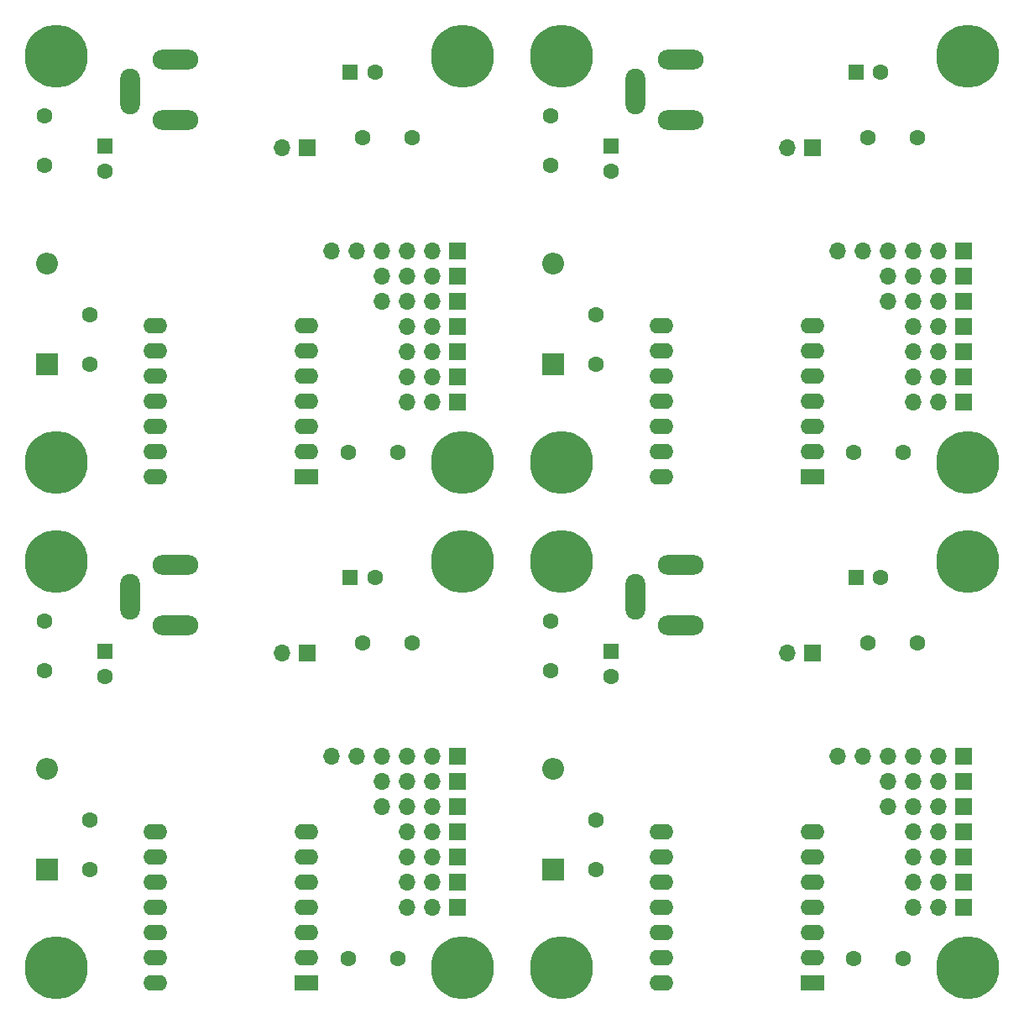
<source format=gbs>
%MOIN*%
%OFA0B0*%
%FSLAX46Y46*%
%IPPOS*%
%LPD*%
%ADD10R,0.066929133858267723X0.066929133858267723*%
%ADD11O,0.066929133858267723X0.066929133858267723*%
%ADD12C,0.25*%
%ADD13C,0.062992125984251982*%
%ADD14R,0.062992125984251982X0.062992125984251982*%
%ADD15O,0.18110236220472439X0.07874015748031496*%
%ADD16O,0.07874015748031496X0.18110236220472439*%
%ADD17R,0.094488188976377951X0.062992125984251982*%
%ADD18O,0.094488188976377951X0.062992125984251982*%
%ADD19R,0.086614173228346469X0.086614173228346469*%
%ADD20O,0.086614173228346469X0.086614173228346469*%
%ADD31R,0.066929133858267723X0.066929133858267723*%
%ADD32O,0.066929133858267723X0.066929133858267723*%
%ADD33C,0.25*%
%ADD34C,0.062992125984251982*%
%ADD35R,0.062992125984251982X0.062992125984251982*%
%ADD36O,0.18110236220472439X0.07874015748031496*%
%ADD37O,0.07874015748031496X0.18110236220472439*%
%ADD38R,0.094488188976377951X0.062992125984251982*%
%ADD39O,0.094488188976377951X0.062992125984251982*%
%ADD40R,0.086614173228346469X0.086614173228346469*%
%ADD41O,0.086614173228346469X0.086614173228346469*%
%ADD42R,0.066929133858267723X0.066929133858267723*%
%ADD43O,0.066929133858267723X0.066929133858267723*%
%ADD44C,0.25*%
%ADD45C,0.062992125984251982*%
%ADD46R,0.062992125984251982X0.062992125984251982*%
%ADD47O,0.18110236220472439X0.07874015748031496*%
%ADD48O,0.07874015748031496X0.18110236220472439*%
%ADD49R,0.094488188976377951X0.062992125984251982*%
%ADD50O,0.094488188976377951X0.062992125984251982*%
%ADD51R,0.086614173228346469X0.086614173228346469*%
%ADD52O,0.086614173228346469X0.086614173228346469*%
%ADD53R,0.066929133858267723X0.066929133858267723*%
%ADD54O,0.066929133858267723X0.066929133858267723*%
%ADD55C,0.25*%
%ADD56C,0.062992125984251982*%
%ADD57R,0.062992125984251982X0.062992125984251982*%
%ADD58O,0.18110236220472439X0.07874015748031496*%
%ADD59O,0.07874015748031496X0.18110236220472439*%
%ADD60R,0.094488188976377951X0.062992125984251982*%
%ADD61O,0.094488188976377951X0.062992125984251982*%
%ADD62R,0.086614173228346469X0.086614173228346469*%
%ADD63O,0.086614173228346469X0.086614173228346469*%
G01*
D10*
X0000000000Y0001929133D02*
X0001753830Y0000597500D03*
D11*
X0001653830Y0000597500D03*
X0001553830Y0000597500D03*
D12*
X0000157480Y0001771653D03*
X0001771653Y0001771653D03*
X0001771653Y0000157480D03*
D10*
X0001753830Y0000397500D03*
D11*
X0001653830Y0000397500D03*
X0001553830Y0000397500D03*
D10*
X0001753239Y0000497500D03*
D11*
X0001653239Y0000497500D03*
X0001553239Y0000497500D03*
D13*
X0000293830Y0000549075D03*
X0000293830Y0000745925D03*
D12*
X0000157480Y0000157480D03*
D14*
X0000353830Y0001414051D03*
D13*
X0000353830Y0001315625D03*
D14*
X0001327279Y0001707500D03*
D13*
X0001425704Y0001707500D03*
D15*
X0000631782Y0001517976D03*
X0000631782Y0001758133D03*
D16*
X0000450680Y0001632149D03*
D10*
X0001753830Y0000997500D03*
D11*
X0001653830Y0000997500D03*
X0001553830Y0000997500D03*
X0001453830Y0000997500D03*
X0001353830Y0000997500D03*
X0001253830Y0000997500D03*
D13*
X0000113830Y0001535925D03*
X0000113830Y0001339075D03*
D10*
X0001753239Y0000697500D03*
D11*
X0001653239Y0000697500D03*
X0001553239Y0000697500D03*
D10*
X0001753436Y0000797500D03*
D11*
X0001653436Y0000797500D03*
X0001553436Y0000797500D03*
X0001453436Y0000797500D03*
D10*
X0001154026Y0001407500D03*
D11*
X0001054026Y0001407500D03*
D13*
X0001514748Y0000196850D03*
X0001317897Y0000196850D03*
D17*
X0001153830Y0000100500D03*
D18*
X0001153830Y0000200500D03*
X0001153830Y0000300500D03*
X0001153830Y0000400500D03*
X0001153830Y0000500500D03*
X0001153830Y0000600500D03*
X0001153830Y0000700500D03*
X0000553830Y0000700500D03*
X0000553830Y0000600500D03*
X0000553830Y0000500500D03*
X0000553830Y0000400500D03*
X0000553830Y0000300500D03*
X0000553830Y0000200500D03*
X0000553830Y0000100500D03*
D13*
X0001375404Y0001447500D03*
X0001572255Y0001447500D03*
D10*
X0001753830Y0000897500D03*
D11*
X0001653830Y0000897500D03*
X0001553830Y0000897500D03*
X0001453830Y0000897500D03*
D19*
X0000123830Y0000547500D03*
D20*
X0000123830Y0000947500D03*
G04 next file*
G04 Gerber Fmt 4.6, Leading zero omitted, Abs format (unit mm)*
G04 Created by KiCad (PCBNEW (6.0.1)) date 2022-06-03 05:47:02*
G01*
G04 APERTURE LIST*
G04 APERTURE END LIST*
D31*
X0002007874Y0001929133D02*
X0003761704Y0000597500D03*
D32*
X0003661704Y0000597500D03*
X0003561704Y0000597500D03*
D33*
X0002165354Y0001771653D03*
X0003779527Y0001771653D03*
X0003779527Y0000157480D03*
D31*
X0003761704Y0000397500D03*
D32*
X0003661704Y0000397500D03*
X0003561704Y0000397500D03*
D31*
X0003761113Y0000497500D03*
D32*
X0003661113Y0000497500D03*
X0003561113Y0000497500D03*
D34*
X0002301704Y0000549075D03*
X0002301704Y0000745925D03*
D33*
X0002165354Y0000157480D03*
D35*
X0002361704Y0001414051D03*
D34*
X0002361704Y0001315625D03*
D35*
X0003335153Y0001707500D03*
D34*
X0003433578Y0001707500D03*
D36*
X0002639656Y0001517976D03*
X0002639656Y0001758133D03*
D37*
X0002458554Y0001632149D03*
D31*
X0003761704Y0000997500D03*
D32*
X0003661704Y0000997500D03*
X0003561704Y0000997500D03*
X0003461703Y0000997500D03*
X0003361704Y0000997500D03*
X0003261704Y0000997500D03*
D34*
X0002121704Y0001535925D03*
X0002121704Y0001339075D03*
D31*
X0003761113Y0000697500D03*
D32*
X0003661113Y0000697500D03*
X0003561113Y0000697500D03*
D31*
X0003761310Y0000797500D03*
D32*
X0003661310Y0000797500D03*
X0003561310Y0000797500D03*
X0003461310Y0000797500D03*
D31*
X0003161900Y0001407500D03*
D32*
X0003061900Y0001407500D03*
D34*
X0003522622Y0000196850D03*
X0003325771Y0000196850D03*
D38*
X0003161704Y0000100500D03*
D39*
X0003161704Y0000200500D03*
X0003161704Y0000300500D03*
X0003161704Y0000400500D03*
X0003161704Y0000500500D03*
X0003161704Y0000600500D03*
X0003161704Y0000700500D03*
X0002561704Y0000700500D03*
X0002561704Y0000600500D03*
X0002561704Y0000500500D03*
X0002561704Y0000400500D03*
X0002561704Y0000300500D03*
X0002561704Y0000200500D03*
X0002561704Y0000100500D03*
D34*
X0003383278Y0001447500D03*
X0003580129Y0001447500D03*
D31*
X0003761704Y0000897500D03*
D32*
X0003661704Y0000897500D03*
X0003561704Y0000897500D03*
X0003461703Y0000897500D03*
D40*
X0002131704Y0000547500D03*
D41*
X0002131704Y0000947500D03*
G04 next file*
G04 Gerber Fmt 4.6, Leading zero omitted, Abs format (unit mm)*
G04 Created by KiCad (PCBNEW (6.0.1)) date 2022-06-03 05:47:02*
G01*
G04 APERTURE LIST*
G04 APERTURE END LIST*
D42*
X0000000000Y0003937007D02*
X0001753830Y0002605374D03*
D43*
X0001653830Y0002605374D03*
X0001553830Y0002605374D03*
D44*
X0000157480Y0003779527D03*
X0001771653Y0003779527D03*
X0001771653Y0002165354D03*
D42*
X0001753830Y0002405374D03*
D43*
X0001653830Y0002405374D03*
X0001553830Y0002405374D03*
D42*
X0001753239Y0002505374D03*
D43*
X0001653239Y0002505374D03*
X0001553239Y0002505374D03*
D45*
X0000293830Y0002556949D03*
X0000293830Y0002753799D03*
D44*
X0000157480Y0002165354D03*
D46*
X0000353830Y0003421925D03*
D45*
X0000353830Y0003323499D03*
D46*
X0001327279Y0003715374D03*
D45*
X0001425704Y0003715374D03*
D47*
X0000631782Y0003525850D03*
X0000631782Y0003766007D03*
D48*
X0000450680Y0003640023D03*
D42*
X0001753830Y0003005374D03*
D43*
X0001653830Y0003005374D03*
X0001553830Y0003005374D03*
X0001453830Y0003005374D03*
X0001353830Y0003005374D03*
X0001253830Y0003005374D03*
D45*
X0000113830Y0003543799D03*
X0000113830Y0003346949D03*
D42*
X0001753239Y0002705374D03*
D43*
X0001653239Y0002705374D03*
X0001553239Y0002705374D03*
D42*
X0001753436Y0002805374D03*
D43*
X0001653436Y0002805374D03*
X0001553436Y0002805374D03*
X0001453436Y0002805374D03*
D42*
X0001154026Y0003415374D03*
D43*
X0001054026Y0003415374D03*
D45*
X0001514748Y0002204724D03*
X0001317897Y0002204724D03*
D49*
X0001153830Y0002108374D03*
D50*
X0001153830Y0002208374D03*
X0001153830Y0002308374D03*
X0001153830Y0002408374D03*
X0001153830Y0002508374D03*
X0001153830Y0002608374D03*
X0001153830Y0002708374D03*
X0000553830Y0002708374D03*
X0000553830Y0002608374D03*
X0000553830Y0002508374D03*
X0000553830Y0002408374D03*
X0000553830Y0002308374D03*
X0000553830Y0002208374D03*
X0000553830Y0002108374D03*
D45*
X0001375404Y0003455374D03*
X0001572255Y0003455374D03*
D42*
X0001753830Y0002905374D03*
D43*
X0001653830Y0002905374D03*
X0001553830Y0002905374D03*
X0001453830Y0002905374D03*
D51*
X0000123830Y0002555374D03*
D52*
X0000123830Y0002955374D03*
G04 next file*
G04 Gerber Fmt 4.6, Leading zero omitted, Abs format (unit mm)*
G04 Created by KiCad (PCBNEW (6.0.1)) date 2022-06-03 05:47:02*
G01*
G04 APERTURE LIST*
G04 APERTURE END LIST*
D53*
X0002007874Y0003937007D02*
X0003761704Y0002605374D03*
D54*
X0003661704Y0002605374D03*
X0003561704Y0002605374D03*
D55*
X0002165354Y0003779527D03*
X0003779527Y0003779527D03*
X0003779527Y0002165354D03*
D53*
X0003761704Y0002405374D03*
D54*
X0003661704Y0002405374D03*
X0003561704Y0002405374D03*
D53*
X0003761113Y0002505374D03*
D54*
X0003661113Y0002505374D03*
X0003561113Y0002505374D03*
D56*
X0002301704Y0002556949D03*
X0002301704Y0002753799D03*
D55*
X0002165354Y0002165354D03*
D57*
X0002361704Y0003421925D03*
D56*
X0002361704Y0003323499D03*
D57*
X0003335153Y0003715374D03*
D56*
X0003433578Y0003715374D03*
D58*
X0002639656Y0003525850D03*
X0002639656Y0003766007D03*
D59*
X0002458554Y0003640023D03*
D53*
X0003761704Y0003005374D03*
D54*
X0003661704Y0003005374D03*
X0003561704Y0003005374D03*
X0003461703Y0003005374D03*
X0003361704Y0003005374D03*
X0003261704Y0003005374D03*
D56*
X0002121704Y0003543799D03*
X0002121704Y0003346949D03*
D53*
X0003761113Y0002705374D03*
D54*
X0003661113Y0002705374D03*
X0003561113Y0002705374D03*
D53*
X0003761310Y0002805374D03*
D54*
X0003661310Y0002805374D03*
X0003561310Y0002805374D03*
X0003461310Y0002805374D03*
D53*
X0003161900Y0003415374D03*
D54*
X0003061900Y0003415374D03*
D56*
X0003522622Y0002204724D03*
X0003325771Y0002204724D03*
D60*
X0003161704Y0002108374D03*
D61*
X0003161704Y0002208374D03*
X0003161704Y0002308374D03*
X0003161704Y0002408374D03*
X0003161704Y0002508374D03*
X0003161704Y0002608374D03*
X0003161704Y0002708374D03*
X0002561704Y0002708374D03*
X0002561704Y0002608374D03*
X0002561704Y0002508374D03*
X0002561704Y0002408374D03*
X0002561704Y0002308374D03*
X0002561704Y0002208374D03*
X0002561704Y0002108374D03*
D56*
X0003383278Y0003455374D03*
X0003580129Y0003455374D03*
D53*
X0003761704Y0002905374D03*
D54*
X0003661704Y0002905374D03*
X0003561704Y0002905374D03*
X0003461703Y0002905374D03*
D62*
X0002131704Y0002555374D03*
D63*
X0002131704Y0002955374D03*
M02*
</source>
